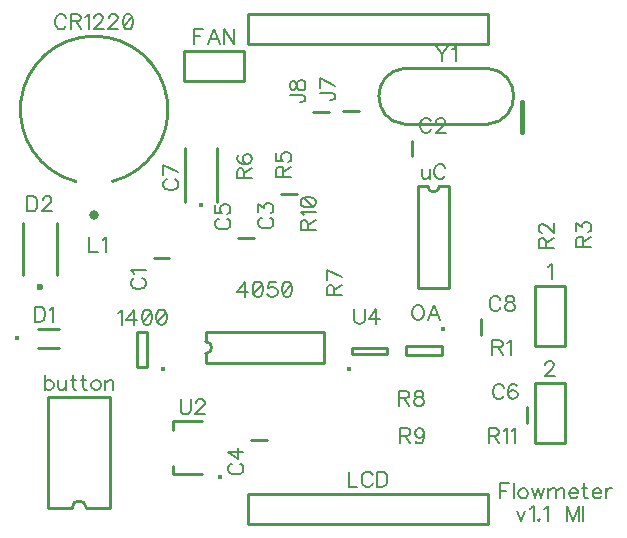
<source format=gbr>
G04 DipTrace 3.2.0.1*
G04 TopSilk.gbr*
%MOIN*%
G04 #@! TF.FileFunction,Legend,Top*
G04 #@! TF.Part,Single*
%ADD10C,0.009843*%
%ADD18C,0.015756*%
%ADD20C,0.015746*%
%ADD22C,0.023623*%
%ADD24C,0.031483*%
%ADD32C,0.01542*%
%ADD34C,0.015404*%
%ADD36C,0.015395*%
%ADD38C,0.015401*%
%ADD83C,0.00772*%
%ADD84C,0.015439*%
%FSLAX26Y26*%
G04*
G70*
G90*
G75*
G01*
G04 TopSilk*
%LPD*%
X924322Y1364837D2*
D10*
X975463D1*
X1783441Y1704114D2*
Y1755256D1*
X1349277Y1577315D2*
X1400419D1*
X1249287Y758651D2*
X1300429D1*
X1256684Y1432102D2*
X1205542D1*
X2166129Y867849D2*
Y816707D1*
D18*
X1081129Y1543761D3*
X1134003Y1552183D2*
D10*
Y1732189D1*
X1028255Y1552183D2*
Y1732189D1*
X2014667Y1110427D2*
Y1161568D1*
X537677Y1130000D2*
X608556D1*
X537677Y1067005D2*
X608556D1*
D20*
X468787Y1098503D3*
X486596Y1307387D2*
D10*
Y1480602D1*
X600771Y1307387D2*
Y1480602D1*
D22*
X543689Y1268018D3*
D24*
X725895Y1508315D3*
X663863Y1620722D2*
D10*
G02X785958Y1620722I61048J238265D01*
G01*
X1237357Y579811D2*
X2037357D1*
X1237357Y479811D2*
Y579811D1*
Y479811D2*
X2037357D1*
Y579811D1*
X2293507Y948533D2*
X2193507D1*
X2293507Y748533D2*
Y948533D1*
Y748533D2*
X2193507D1*
Y948533D1*
Y1073488D2*
X2293507D1*
X2193507Y1273488D2*
Y1073488D1*
Y1273488D2*
X2293507D1*
Y1073488D1*
X1224879Y1954656D2*
Y2054656D1*
X1024879Y1954656D2*
X1224879D1*
X1024879D2*
Y2054656D1*
X1224879D1*
X1606647Y1857058D2*
X1555505D1*
X1506657Y1850808D2*
X1455516D1*
X1805062Y1605370D2*
Y1266777D1*
X1907439Y1605370D2*
Y1266777D1*
X1805062D2*
X1907439D1*
X1805062Y1605370D2*
X1836556D1*
X1875945D2*
X1907439D1*
X1836556D2*
G03X1875945Y1605370I19694J-12D01*
G01*
X1085491Y644018D2*
X987085D1*
Y673558D1*
Y791643D2*
Y821184D1*
X1085491D1*
D32*
X1144121Y634921D3*
D34*
X1575225Y996302D3*
X1584425Y1046443D2*
D10*
X1702530D1*
Y1066129D1*
X1584425D1*
Y1046443D1*
D36*
X954019Y996595D3*
X899954Y1001858D2*
D10*
Y1119966D1*
X868463Y1001858D2*
Y1119966D1*
X899954D2*
X868463D1*
X899954Y1001858D2*
X868463D1*
D38*
X1889210Y1127625D3*
X1883948Y1073560D2*
D10*
X1765840D1*
X1883948Y1042069D2*
X1765840D1*
Y1073560D2*
Y1042069D1*
X1883948Y1073560D2*
Y1042069D1*
X777272Y902341D2*
X572539D1*
X777272Y532262D2*
Y902341D1*
X572539Y532262D2*
Y902341D1*
X777272Y532262D2*
X698531D1*
X572539D2*
X651280D1*
X698531D2*
G03X651280Y532262I-23626J-15D01*
G01*
X1096866Y1016185D2*
X1490535D1*
X1096866Y1118561D2*
X1490535D1*
Y1016185D2*
Y1118561D1*
X1096866Y1016185D2*
Y1047678D1*
Y1087067D2*
Y1118561D1*
Y1047678D2*
G03X1096866Y1087067I-11J19694D01*
G01*
X2038197Y1997541D2*
X1758869D1*
X2038197Y1811793D2*
X1758869D1*
X2038197D2*
G03X2038197Y1997541I-8216J92874D01*
G01*
X1758869D2*
G03X1758869Y1811793I8216J-92874D01*
G01*
X1237357Y2179643D2*
X2037357D1*
X1237357Y2079643D2*
Y2179643D1*
Y2079643D2*
X2037357D1*
Y2179643D1*
X859080Y1298179D2*
D83*
X854327Y1295803D1*
X849518Y1290994D1*
X847142Y1286241D1*
Y1276680D1*
X849518Y1271871D1*
X854327Y1267118D1*
X859080Y1264686D1*
X866265Y1262309D1*
X878259D1*
X885388Y1264686D1*
X890197Y1267118D1*
X894950Y1271871D1*
X897382Y1276679D1*
Y1286241D1*
X894950Y1290994D1*
X890197Y1295803D1*
X885388Y1298179D1*
X856759Y1313619D2*
X854327Y1318427D1*
X847197Y1325612D1*
X897382D1*
X1847786Y1820497D2*
X1845410Y1825251D1*
X1840601Y1830059D1*
X1835848Y1832436D1*
X1826286D1*
X1821478Y1830059D1*
X1816725Y1825251D1*
X1814293Y1820497D1*
X1811916Y1813312D1*
Y1801319D1*
X1814293Y1794189D1*
X1816725Y1789381D1*
X1821478Y1784628D1*
X1826286Y1782196D1*
X1835848D1*
X1840601Y1784628D1*
X1845410Y1789381D1*
X1847786Y1794189D1*
X1865657Y1820442D2*
Y1822819D1*
X1868034Y1827627D1*
X1870411Y1830004D1*
X1875219Y1832380D1*
X1884781D1*
X1889534Y1830004D1*
X1891910Y1827627D1*
X1894342Y1822819D1*
Y1818066D1*
X1891910Y1813257D1*
X1887157Y1806127D1*
X1863226Y1782196D1*
X1896719D1*
X1284035Y1499907D2*
X1279282Y1497531D1*
X1274474Y1492722D1*
X1272097Y1487969D1*
Y1478407D1*
X1274474Y1473599D1*
X1279282Y1468846D1*
X1284035Y1466414D1*
X1291220Y1464037D1*
X1303214D1*
X1310344Y1466414D1*
X1315152Y1468846D1*
X1319905Y1473599D1*
X1322337Y1478407D1*
Y1487969D1*
X1319905Y1492722D1*
X1315152Y1497530D1*
X1310344Y1499907D1*
X1272152Y1520155D2*
Y1546408D1*
X1291276Y1532093D1*
Y1539278D1*
X1293652Y1544031D1*
X1296029Y1546408D1*
X1303214Y1548840D1*
X1307967D1*
X1315152Y1546408D1*
X1319961Y1541655D1*
X1322337Y1534470D1*
Y1527284D1*
X1319961Y1520155D1*
X1317529Y1517778D1*
X1312776Y1515346D1*
X1184046Y680055D2*
X1179293Y677678D1*
X1174484Y672870D1*
X1172108Y668117D1*
Y658555D1*
X1174484Y653746D1*
X1179293Y648993D1*
X1184046Y646561D1*
X1191231Y644185D1*
X1203224D1*
X1210354Y646561D1*
X1215163Y648993D1*
X1219916Y653746D1*
X1222348Y658555D1*
Y668116D1*
X1219916Y672870D1*
X1215163Y677678D1*
X1210354Y680055D1*
X1222348Y719426D2*
X1172163D1*
X1205601Y695494D1*
Y731364D1*
X1140301Y1496448D2*
X1135547Y1494071D1*
X1130739Y1489263D1*
X1128362Y1484510D1*
Y1474948D1*
X1130739Y1470140D1*
X1135547Y1465386D1*
X1140300Y1462954D1*
X1147485Y1460578D1*
X1159479D1*
X1166609Y1462954D1*
X1171417Y1465386D1*
X1176170Y1470139D1*
X1178602Y1474948D1*
Y1484510D1*
X1176170Y1489263D1*
X1171417Y1494071D1*
X1166609Y1496448D1*
X1128418Y1540572D2*
Y1516695D1*
X1149917Y1514319D1*
X1147541Y1516695D1*
X1145109Y1523880D1*
Y1531010D1*
X1147541Y1538195D1*
X1152294Y1543004D1*
X1159479Y1545380D1*
X1164232D1*
X1171417Y1543004D1*
X1176226Y1538195D1*
X1178602Y1531010D1*
Y1523880D1*
X1176226Y1516695D1*
X1173794Y1514319D1*
X1169041Y1511887D1*
X2089937Y933091D2*
X2087560Y937844D1*
X2082752Y942652D1*
X2077998Y945029D1*
X2068437D1*
X2063628Y942652D1*
X2058875Y937844D1*
X2056443Y933091D1*
X2054067Y925906D1*
Y913912D1*
X2056443Y906782D1*
X2058875Y901974D1*
X2063628Y897221D1*
X2068437Y894789D1*
X2077998D1*
X2082752Y897221D1*
X2087560Y901974D1*
X2089937Y906782D1*
X2134061Y937844D2*
X2131684Y942597D1*
X2124499Y944974D1*
X2119746D1*
X2112561Y942597D1*
X2107752Y935412D1*
X2105376Y923474D1*
Y911536D1*
X2107752Y901974D1*
X2112561Y897165D1*
X2119746Y894789D1*
X2122122D1*
X2129252Y897165D1*
X2134061Y901974D1*
X2136437Y909159D1*
Y911536D1*
X2134061Y918721D1*
X2129252Y923474D1*
X2122122Y925850D1*
X2119746D1*
X2112561Y923474D1*
X2107752Y918721D1*
X2105376Y911536D1*
X966970Y1627508D2*
X962217Y1625132D1*
X957408Y1620323D1*
X955032Y1615570D1*
Y1606008D1*
X957408Y1601200D1*
X962217Y1596447D1*
X966970Y1594015D1*
X974155Y1591638D1*
X986148D1*
X993278Y1594015D1*
X998087Y1596447D1*
X1002840Y1601200D1*
X1005272Y1606008D1*
Y1615570D1*
X1002840Y1620323D1*
X998087Y1625132D1*
X993278Y1627508D1*
X1005272Y1652509D2*
X955087Y1676441D1*
Y1642947D1*
X2079040Y1226810D2*
X2076663Y1231563D1*
X2071855Y1236371D1*
X2067101Y1238748D1*
X2057540D1*
X2052731Y1236371D1*
X2047978Y1231563D1*
X2045546Y1226810D1*
X2043170Y1219625D1*
Y1207631D1*
X2045546Y1200501D1*
X2047978Y1195693D1*
X2052731Y1190940D1*
X2057540Y1188508D1*
X2067101D1*
X2071855Y1190940D1*
X2076663Y1195693D1*
X2079040Y1200501D1*
X2106417Y1238693D2*
X2099287Y1236316D1*
X2096855Y1231563D1*
Y1226755D1*
X2099287Y1222001D1*
X2104040Y1219569D1*
X2113602Y1217193D1*
X2120787Y1214816D1*
X2125540Y1210008D1*
X2127917Y1205255D1*
Y1198070D1*
X2125540Y1193316D1*
X2123164Y1190885D1*
X2115979Y1188508D1*
X2106417D1*
X2099287Y1190885D1*
X2096855Y1193316D1*
X2094479Y1198070D1*
Y1205255D1*
X2096855Y1210008D1*
X2101664Y1214816D1*
X2108794Y1217193D1*
X2118355Y1219569D1*
X2123164Y1222001D1*
X2125540Y1226755D1*
Y1231563D1*
X2123164Y1236316D1*
X2115979Y1238693D1*
X2106417D1*
X527891Y1203223D2*
Y1152983D1*
X544638D1*
X551823Y1155415D1*
X556631Y1160168D1*
X559008Y1164977D1*
X561385Y1172106D1*
Y1184100D1*
X559008Y1191285D1*
X556631Y1196038D1*
X551823Y1200846D1*
X544638Y1203223D1*
X527891D1*
X576824Y1193606D2*
X581632Y1196038D1*
X588817Y1203168D1*
Y1152983D1*
X502471Y1571549D2*
Y1521309D1*
X519217D1*
X526402Y1523740D1*
X531211Y1528494D1*
X533588Y1533302D1*
X535964Y1540432D1*
Y1552425D1*
X533588Y1559610D1*
X531211Y1564363D1*
X526402Y1569172D1*
X519217Y1571549D1*
X502471D1*
X553835Y1559555D2*
Y1561932D1*
X556212Y1566740D1*
X558588Y1569117D1*
X563397Y1571493D1*
X572958D1*
X577712Y1569117D1*
X580088Y1566740D1*
X582520Y1561932D1*
Y1557178D1*
X580088Y1552370D1*
X575335Y1545240D1*
X551403Y1521309D1*
X584897D1*
X631264Y2166232D2*
X628888Y2170986D1*
X624079Y2175794D1*
X619326Y2178171D1*
X609764D1*
X604956Y2175794D1*
X600203Y2170986D1*
X597771Y2166232D1*
X595394Y2159047D1*
Y2147054D1*
X597771Y2139924D1*
X600203Y2135116D1*
X604956Y2130362D1*
X609764Y2127931D1*
X619326D1*
X624079Y2130362D1*
X628888Y2135116D1*
X631264Y2139924D1*
X646703Y2154239D2*
X668203D1*
X675388Y2156671D1*
X677820Y2159047D1*
X680197Y2163801D1*
Y2168609D1*
X677820Y2173362D1*
X675388Y2175794D1*
X668203Y2178171D1*
X646703D1*
Y2127931D1*
X663450Y2154239D2*
X680197Y2127931D1*
X695636Y2168554D2*
X700444Y2170986D1*
X707630Y2178115D1*
Y2127931D1*
X725501Y2166177D2*
Y2168554D1*
X727877Y2173362D1*
X730254Y2175739D1*
X735062Y2178115D1*
X744624D1*
X749377Y2175739D1*
X751754Y2173362D1*
X754186Y2168554D1*
Y2163801D1*
X751754Y2158992D1*
X747000Y2151862D1*
X723069Y2127931D1*
X756562D1*
X774433Y2166177D2*
Y2168554D1*
X776810Y2173362D1*
X779186Y2175739D1*
X783995Y2178115D1*
X793556D1*
X798310Y2175739D1*
X800686Y2173362D1*
X803118Y2168554D1*
Y2163801D1*
X800686Y2158992D1*
X795933Y2151862D1*
X772001Y2127931D1*
X805495D1*
X835304Y2178115D2*
X828119Y2175739D1*
X823311Y2168554D1*
X820934Y2156615D1*
Y2149430D1*
X823311Y2137492D1*
X828119Y2130307D1*
X835304Y2127931D1*
X840057D1*
X847242Y2130307D1*
X851995Y2137492D1*
X854427Y2149430D1*
Y2156615D1*
X851995Y2168554D1*
X847242Y2175739D1*
X840057Y2178115D1*
X835304D1*
X851995Y2168554D2*
X823311Y2137492D1*
X1572894Y653034D2*
Y602794D1*
X1601579D1*
X1652888Y641096D2*
X1650511Y645849D1*
X1645703Y650658D1*
X1640949Y653034D1*
X1631388D1*
X1626579Y650658D1*
X1621826Y645849D1*
X1619394Y641096D1*
X1617018Y633911D1*
Y621917D1*
X1619394Y614788D1*
X1621826Y609979D1*
X1626579Y605226D1*
X1631388Y602794D1*
X1640949D1*
X1645703Y605226D1*
X1650511Y609979D1*
X1652888Y614788D1*
X1668327Y653034D2*
Y602794D1*
X1685074D1*
X1692259Y605226D1*
X1697067Y609979D1*
X1699444Y614788D1*
X1701820Y621917D1*
Y633911D1*
X1699444Y641096D1*
X1697067Y645849D1*
X1692259Y650658D1*
X1685074Y653034D1*
X1668327D1*
X2229192Y1009762D2*
Y1012139D1*
X2231568Y1016947D1*
X2233945Y1019324D1*
X2238753Y1021701D1*
X2248315D1*
X2253068Y1019324D1*
X2255445Y1016947D1*
X2257877Y1012139D1*
Y1007386D1*
X2255445Y1002577D1*
X2250692Y995448D1*
X2226760Y971516D1*
X2260253D1*
X2237510Y1337094D2*
X2242318Y1339526D1*
X2249503Y1346656D1*
Y1296471D1*
X1089101Y2127879D2*
X1057984D1*
Y2077639D1*
Y2103948D2*
X1077107D1*
X1142842Y2077639D2*
X1123663Y2127879D1*
X1104540Y2077639D1*
X1111725Y2094386D2*
X1135657D1*
X1191774Y2127879D2*
Y2077639D1*
X1158281Y2127879D1*
Y2077639D1*
X1478326Y1915434D2*
X1516572D1*
X1523757Y1913057D1*
X1526134Y1910626D1*
X1528566Y1905872D1*
Y1901064D1*
X1526134Y1896311D1*
X1523757Y1893934D1*
X1516572Y1891502D1*
X1511819D1*
X1528566Y1940435D2*
X1478381Y1964367D1*
Y1930873D1*
X1378336Y1909212D2*
X1416583D1*
X1423768Y1906836D1*
X1426144Y1904404D1*
X1428576Y1899651D1*
Y1894842D1*
X1426144Y1890089D1*
X1423768Y1887713D1*
X1416582Y1885281D1*
X1411829D1*
X1378391Y1936590D2*
X1380768Y1929460D1*
X1385521Y1927028D1*
X1390330D1*
X1395083Y1929460D1*
X1397515Y1934213D1*
X1399891Y1943775D1*
X1402268Y1950960D1*
X1407076Y1955713D1*
X1411829Y1958090D1*
X1419014D1*
X1423768Y1955713D1*
X1426199Y1953336D1*
X1428576Y1946151D1*
Y1936590D1*
X1426199Y1929460D1*
X1423768Y1927028D1*
X1419014Y1924652D1*
X1411829D1*
X1407076Y1927028D1*
X1402268Y1931837D1*
X1399891Y1938966D1*
X1397515Y1948528D1*
X1395083Y1953336D1*
X1390330Y1955713D1*
X1385521D1*
X1380768Y1953336D1*
X1378391Y1946151D1*
Y1936590D1*
X709356Y1436415D2*
Y1386175D1*
X738041D1*
X753480Y1426798D2*
X758288Y1429230D1*
X765474Y1436359D1*
Y1386175D1*
X2052684Y1067394D2*
X2074184D1*
X2081369Y1069826D1*
X2083801Y1072202D1*
X2086177Y1076955D1*
Y1081764D1*
X2083801Y1086517D1*
X2081369Y1088949D1*
X2074184Y1091325D1*
X2052684D1*
Y1041085D1*
X2069431Y1067394D2*
X2086177Y1041085D1*
X2101617Y1081709D2*
X2106425Y1084140D1*
X2113610Y1091270D1*
Y1041085D1*
X2230774Y1398785D2*
Y1420284D1*
X2228342Y1427469D1*
X2225966Y1429901D1*
X2221213Y1432278D1*
X2216404D1*
X2211651Y1429901D1*
X2209219Y1427469D1*
X2206843Y1420284D1*
Y1398785D1*
X2257083D1*
X2230774Y1415531D2*
X2257083Y1432278D1*
X2218836Y1450149D2*
X2216460D1*
X2211651Y1452526D1*
X2209274Y1454902D1*
X2206898Y1459711D1*
Y1469272D1*
X2209274Y1474025D1*
X2211651Y1476402D1*
X2216460Y1478834D1*
X2221213D1*
X2226021Y1476402D1*
X2233151Y1471649D1*
X2257083Y1447717D1*
Y1481210D1*
X2355761Y1403220D2*
Y1424720D1*
X2353329Y1431905D1*
X2350953Y1434337D1*
X2346200Y1436714D1*
X2341391D1*
X2336638Y1434337D1*
X2334206Y1431905D1*
X2331829Y1424720D1*
Y1403220D1*
X2382069D1*
X2355761Y1419967D2*
X2382069Y1436713D1*
X2331885Y1456961D2*
Y1483214D1*
X2351008Y1468899D1*
Y1476084D1*
X2353385Y1480838D1*
X2355761Y1483214D1*
X2362946Y1485646D1*
X2367699D1*
X2374884Y1483214D1*
X2379693Y1478461D1*
X2382069Y1471276D1*
Y1464091D1*
X2379693Y1456961D1*
X2377261Y1454585D1*
X2372508Y1452153D1*
X1355866Y1636260D2*
Y1657759D1*
X1353434Y1664944D1*
X1351058Y1667376D1*
X1346305Y1669753D1*
X1341496D1*
X1336743Y1667376D1*
X1334311Y1664944D1*
X1331934Y1657759D1*
Y1636260D1*
X1382174D1*
X1355866Y1653006D2*
X1382174Y1669753D1*
X1331990Y1713877D2*
Y1690001D1*
X1353490Y1687624D1*
X1351113Y1690001D1*
X1348681Y1697186D1*
Y1704315D1*
X1351113Y1711500D1*
X1355866Y1716309D1*
X1363051Y1718685D1*
X1367804D1*
X1374989Y1716309D1*
X1379798Y1711500D1*
X1382174Y1704315D1*
Y1697186D1*
X1379798Y1690001D1*
X1377366Y1687624D1*
X1372613Y1685192D1*
X1224630Y1631226D2*
Y1652726D1*
X1222198Y1659911D1*
X1219822Y1662343D1*
X1215068Y1664719D1*
X1210260Y1664720D1*
X1205507Y1662343D1*
X1203075Y1659911D1*
X1200698Y1652726D1*
Y1631226D1*
X1250938D1*
X1224630Y1647973D2*
X1250938Y1664719D1*
X1207883Y1708844D2*
X1203130Y1706467D1*
X1200754Y1699282D1*
Y1694529D1*
X1203130Y1687344D1*
X1210315Y1682535D1*
X1222253Y1680159D1*
X1234192D1*
X1243753Y1682535D1*
X1248562Y1687344D1*
X1250938Y1694529D1*
Y1696905D1*
X1248562Y1704035D1*
X1243753Y1708844D1*
X1236568Y1711220D1*
X1234192D1*
X1227007Y1708844D1*
X1222253Y1704035D1*
X1219877Y1696905D1*
Y1694529D1*
X1222253Y1687344D1*
X1227007Y1682535D1*
X1234192Y1680159D1*
X1524598Y1242551D2*
Y1264051D1*
X1522167Y1271236D1*
X1519790Y1273668D1*
X1515037Y1276044D1*
X1510228D1*
X1505475Y1273668D1*
X1503043Y1271236D1*
X1500667Y1264051D1*
Y1242551D1*
X1550907D1*
X1524598Y1259298D2*
X1550907Y1276044D1*
Y1301045D2*
X1500722Y1324977D1*
Y1291483D1*
X1742088Y898756D2*
X1763587D1*
X1770773Y901188D1*
X1773204Y903564D1*
X1775581Y908318D1*
Y913126D1*
X1773204Y917879D1*
X1770773Y920311D1*
X1763587Y922688D1*
X1742088D1*
Y872448D1*
X1758834Y898756D2*
X1775581Y872448D1*
X1802958Y922632D2*
X1795829Y920256D1*
X1793397Y915503D1*
Y910694D1*
X1795829Y905941D1*
X1800582Y903509D1*
X1810143Y901133D1*
X1817329Y898756D1*
X1822082Y893947D1*
X1824458Y889194D1*
Y882009D1*
X1822082Y877256D1*
X1819705Y874824D1*
X1812520Y872448D1*
X1802958D1*
X1795829Y874824D1*
X1793397Y877256D1*
X1791020Y882009D1*
Y889194D1*
X1793397Y893947D1*
X1798205Y898756D1*
X1805335Y901133D1*
X1814897Y903509D1*
X1819705Y905941D1*
X1822082Y910694D1*
Y915503D1*
X1819705Y920256D1*
X1812520Y922632D1*
X1802958D1*
X1745062Y773769D2*
X1766562D1*
X1773747Y776201D1*
X1776179Y778578D1*
X1778555Y783331D1*
Y788139D1*
X1776179Y792892D1*
X1773747Y795324D1*
X1766562Y797701D1*
X1745062D1*
Y747461D1*
X1761809Y773769D2*
X1778555Y747461D1*
X1825111Y780954D2*
X1822679Y773769D1*
X1817926Y768961D1*
X1810741Y766584D1*
X1808365D1*
X1801180Y768961D1*
X1796426Y773769D1*
X1793995Y780954D1*
Y783331D1*
X1796426Y790516D1*
X1801180Y795269D1*
X1808365Y797645D1*
X1810741D1*
X1817926Y795269D1*
X1822679Y790516D1*
X1825111Y780954D1*
Y768961D1*
X1822679Y757022D1*
X1817926Y749837D1*
X1810741Y747461D1*
X1805988D1*
X1798803Y749837D1*
X1796426Y754646D1*
X1437108Y1458247D2*
Y1479746D1*
X1434676Y1486932D1*
X1432299Y1489363D1*
X1427546Y1491740D1*
X1422738D1*
X1417984Y1489363D1*
X1415553Y1486932D1*
X1413176Y1479746D1*
Y1458247D1*
X1463416D1*
X1437108Y1474993D2*
X1463416Y1491740D1*
X1422793Y1507179D2*
X1420361Y1511988D1*
X1413231Y1519173D1*
X1463416D1*
X1413231Y1548982D2*
X1415608Y1541797D1*
X1422793Y1536988D1*
X1434731Y1534612D1*
X1441916D1*
X1453854Y1536988D1*
X1461039Y1541797D1*
X1463416Y1548982D1*
Y1553735D1*
X1461039Y1560920D1*
X1453854Y1565673D1*
X1441916Y1568105D1*
X1434731D1*
X1422793Y1565673D1*
X1415608Y1560920D1*
X1413231Y1553735D1*
Y1548982D1*
X1422793Y1565673D2*
X1453854Y1536988D1*
X2040876Y773769D2*
X2062376D1*
X2069561Y776201D1*
X2071992Y778578D1*
X2074369Y783331D1*
Y788139D1*
X2071992Y792892D1*
X2069561Y795324D1*
X2062376Y797701D1*
X2040876D1*
Y747461D1*
X2057622Y773769D2*
X2074369Y747461D1*
X2089808Y788084D2*
X2094617Y790516D1*
X2101802Y797645D1*
Y747461D1*
X2117241Y788084D2*
X2122049Y790516D1*
X2129235Y797645D1*
Y747461D1*
X1817442Y1661846D2*
Y1637915D1*
X1819819Y1630785D1*
X1824627Y1628353D1*
X1831812D1*
X1836565Y1630785D1*
X1843750Y1637915D1*
Y1661846D2*
Y1628353D1*
X1895059Y1666655D2*
X1892683Y1671408D1*
X1887874Y1676217D1*
X1883121Y1678593D1*
X1873560D1*
X1868751Y1676217D1*
X1863998Y1671408D1*
X1861566Y1666655D1*
X1859189Y1659470D1*
Y1647476D1*
X1861566Y1640347D1*
X1863998Y1635538D1*
X1868751Y1630785D1*
X1873560Y1628353D1*
X1883121D1*
X1887874Y1630785D1*
X1892683Y1635538D1*
X1895059Y1640347D1*
X1012795Y894407D2*
Y858537D1*
X1015172Y851352D1*
X1019980Y846599D1*
X1027165Y844167D1*
X1031918D1*
X1039103Y846599D1*
X1043912Y851352D1*
X1046288Y858537D1*
Y894407D1*
X1064159Y882413D2*
Y884790D1*
X1066536Y889598D1*
X1068913Y891975D1*
X1073721Y894352D1*
X1083283D1*
X1088036Y891975D1*
X1090412Y889598D1*
X1092844Y884790D1*
Y880037D1*
X1090412Y875228D1*
X1085659Y868099D1*
X1061727Y844167D1*
X1095221D1*
X1592625Y1195454D2*
Y1159584D1*
X1595002Y1152399D1*
X1599810Y1147646D1*
X1606995Y1145214D1*
X1611748D1*
X1618933Y1147646D1*
X1623742Y1152399D1*
X1626118Y1159584D1*
Y1195454D1*
X1665489Y1145214D2*
Y1195399D1*
X1641558Y1161961D1*
X1677428D1*
X804995Y1183572D2*
X809803Y1186004D1*
X816988Y1193134D1*
Y1142949D1*
X856359D2*
Y1193134D1*
X832428Y1159696D1*
X868297D1*
X898107Y1193134D2*
X890922Y1190757D1*
X886113Y1183572D1*
X883737Y1171634D1*
Y1164449D1*
X886113Y1152511D1*
X890922Y1145326D1*
X898107Y1142949D1*
X902860D1*
X910045Y1145326D1*
X914798Y1152511D1*
X917230Y1164449D1*
Y1171634D1*
X914798Y1183572D1*
X910045Y1190757D1*
X902860Y1193134D1*
X898107D1*
X914798Y1183572D2*
X886113Y1152511D1*
X947039Y1193134D2*
X939854Y1190757D1*
X935046Y1183572D1*
X932669Y1171634D1*
Y1164449D1*
X935046Y1152511D1*
X939854Y1145326D1*
X947039Y1142949D1*
X951793D1*
X958978Y1145326D1*
X963731Y1152511D1*
X966163Y1164449D1*
Y1171634D1*
X963731Y1183572D1*
X958978Y1190757D1*
X951793Y1193134D1*
X947039D1*
X963731Y1183572D2*
X935046Y1152511D1*
X1799752Y1208546D2*
X1794943Y1206169D1*
X1790190Y1201361D1*
X1787758Y1196608D1*
X1785382Y1189423D1*
Y1177429D1*
X1787758Y1170299D1*
X1790190Y1165491D1*
X1794943Y1160738D1*
X1799752Y1158306D1*
X1809313D1*
X1814066Y1160738D1*
X1818875Y1165491D1*
X1821251Y1170299D1*
X1823628Y1177429D1*
Y1189423D1*
X1821251Y1196608D1*
X1818875Y1201361D1*
X1814066Y1206169D1*
X1809313Y1208546D1*
X1799752D1*
X1877369Y1158306D2*
X1858191Y1208546D1*
X1839067Y1158306D1*
X1846252Y1175053D2*
X1870184D1*
X560975Y975564D2*
Y925324D1*
Y951633D2*
X565783Y956441D1*
X570537Y958818D1*
X577722D1*
X582475Y956441D1*
X587283Y951633D1*
X589660Y944448D1*
Y939694D1*
X587283Y932509D1*
X582475Y927756D1*
X577722Y925324D1*
X570537D1*
X565783Y927756D1*
X560975Y932509D1*
X605099Y958818D2*
Y934886D1*
X607476Y927756D1*
X612284Y925324D1*
X619469D1*
X624222Y927756D1*
X631407Y934886D1*
Y958818D2*
Y925324D1*
X654032Y975564D2*
Y934886D1*
X656408Y927756D1*
X661217Y925324D1*
X665970D1*
X646847Y958818D2*
X663593D1*
X688594Y975564D2*
Y934886D1*
X690971Y927756D1*
X695779Y925324D1*
X700532D1*
X681409Y958818D2*
X698156D1*
X727910D2*
X723157Y956441D1*
X718348Y951633D1*
X715972Y944448D1*
Y939694D1*
X718348Y932509D1*
X723157Y927756D1*
X727910Y925324D1*
X735095D1*
X739903Y927756D1*
X744657Y932509D1*
X747088Y939694D1*
Y944448D1*
X744657Y951633D1*
X739903Y956441D1*
X735095Y958818D1*
X727910D1*
X762528D2*
Y925324D1*
Y949256D2*
X769713Y956441D1*
X774521Y958818D1*
X781651D1*
X786459Y956441D1*
X788836Y949256D1*
Y925324D1*
X1226299Y1236025D2*
Y1286210D1*
X1202367Y1252772D1*
X1238237D1*
X1268046Y1286210D2*
X1260861Y1283833D1*
X1256053Y1276648D1*
X1253676Y1264710D1*
Y1257525D1*
X1256053Y1245587D1*
X1260861Y1238402D1*
X1268046Y1236025D1*
X1272799D1*
X1279984Y1238402D1*
X1284738Y1245587D1*
X1287169Y1257525D1*
Y1264710D1*
X1284738Y1276648D1*
X1279984Y1283833D1*
X1272799Y1286210D1*
X1268046D1*
X1284738Y1276648D2*
X1256053Y1245587D1*
X1331294Y1286210D2*
X1307417D1*
X1305041Y1264710D1*
X1307417Y1267087D1*
X1314602Y1269518D1*
X1321732D1*
X1328917Y1267087D1*
X1333725Y1262333D1*
X1336102Y1255148D1*
Y1250395D1*
X1333725Y1243210D1*
X1328917Y1238402D1*
X1321732Y1236025D1*
X1314602D1*
X1307417Y1238402D1*
X1305041Y1240834D1*
X1302609Y1245587D1*
X1365911Y1286210D2*
X1358726Y1283833D1*
X1353918Y1276648D1*
X1351541Y1264710D1*
Y1257525D1*
X1353918Y1245587D1*
X1358726Y1238402D1*
X1365911Y1236025D1*
X1370665D1*
X1377850Y1238402D1*
X1382603Y1245587D1*
X1385035Y1257525D1*
Y1264710D1*
X1382603Y1276648D1*
X1377850Y1283833D1*
X1370665Y1286210D1*
X1365911D1*
X1382603Y1276648D2*
X1353918Y1245587D1*
X1865693Y2070764D2*
X1884816Y2046832D1*
Y2020524D1*
X1903940Y2070764D2*
X1884816Y2046832D1*
X1919379Y2061147D2*
X1924187Y2063579D1*
X1931372Y2070708D1*
Y2020524D1*
X2149767Y1884718D2*
D84*
Y1784238D1*
X2108281Y614312D2*
D83*
X2077164D1*
Y564072D1*
Y590380D2*
X2096288D1*
X2123720Y614312D2*
Y564072D1*
X2151098Y597565D2*
X2146345Y595188D1*
X2141536Y590380D1*
X2139160Y583195D1*
Y578442D1*
X2141536Y571257D1*
X2146345Y566504D1*
X2151098Y564072D1*
X2158283D1*
X2163091Y566504D1*
X2167844Y571257D1*
X2170276Y578442D1*
Y583195D1*
X2167844Y590380D1*
X2163091Y595188D1*
X2158283Y597565D1*
X2151098D1*
X2185716D2*
X2195277Y564072D1*
X2204839Y597565D1*
X2214400Y564072D1*
X2223962Y597565D1*
X2239401D2*
Y564072D1*
Y588003D2*
X2246586Y595188D1*
X2251395Y597565D1*
X2258525D1*
X2263333Y595188D1*
X2265710Y588003D1*
Y564072D1*
Y588003D2*
X2272895Y595188D1*
X2277703Y597565D1*
X2284833D1*
X2289641Y595188D1*
X2292073Y588003D1*
Y564072D1*
X2307512Y583195D2*
X2336197D1*
Y588003D1*
X2333821Y592812D1*
X2331444Y595188D1*
X2326636Y597565D1*
X2319451D1*
X2314697Y595188D1*
X2309889Y590380D1*
X2307512Y583195D1*
Y578442D1*
X2309889Y571257D1*
X2314697Y566504D1*
X2319451Y564072D1*
X2326636D1*
X2331444Y566504D1*
X2336197Y571257D1*
X2358822Y614312D2*
Y573633D1*
X2361198Y566504D1*
X2366007Y564072D1*
X2370760D1*
X2351637Y597565D2*
X2368383D1*
X2386199Y583195D2*
X2414884D1*
Y588003D1*
X2412507Y592812D1*
X2410131Y595188D1*
X2405322Y597565D1*
X2398137D1*
X2393384Y595188D1*
X2388576Y590380D1*
X2386199Y583195D1*
Y578442D1*
X2388576Y571257D1*
X2393384Y566504D1*
X2398137Y564072D1*
X2405322D1*
X2410131Y566504D1*
X2414884Y571257D1*
X2430323Y597565D2*
Y564072D1*
Y583195D2*
X2432755Y590380D1*
X2437508Y595188D1*
X2442317Y597565D1*
X2449502D1*
X2133408Y522573D2*
X2147778Y489080D1*
X2162093Y522573D1*
X2177533Y529703D2*
X2182341Y532134D1*
X2189526Y539264D1*
Y489080D1*
X2207342Y493888D2*
X2204965Y491456D1*
X2207342Y489080D1*
X2209774Y491456D1*
X2207342Y493888D1*
X2225213Y529703D2*
X2230021Y532134D1*
X2237206Y539264D1*
Y489080D1*
X2339493D2*
Y539320D1*
X2320370Y489080D1*
X2301247Y539320D1*
Y489080D1*
X2354932Y539320D2*
Y489080D1*
M02*

</source>
